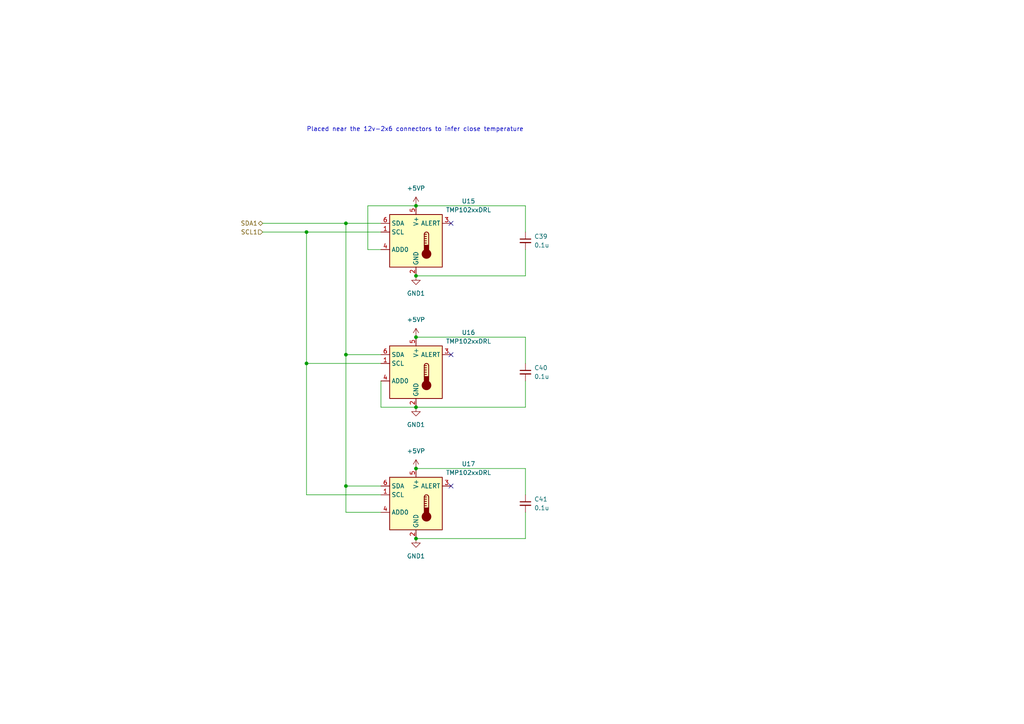
<source format=kicad_sch>
(kicad_sch
	(version 20250114)
	(generator "eeschema")
	(generator_version "9.0")
	(uuid "02ebeae7-41d9-4aff-899e-b8e01c1c74a2")
	(paper "A4")
	(title_block
		(title "12V-2x6 Current Monitor")
		(date "2025-08-12")
		(rev "1")
		(company "eggsampler")
	)
	(lib_symbols
		(symbol "Device:C_Small"
			(pin_numbers
				(hide yes)
			)
			(pin_names
				(offset 0.254)
				(hide yes)
			)
			(exclude_from_sim no)
			(in_bom yes)
			(on_board yes)
			(property "Reference" "C"
				(at 0.254 1.778 0)
				(effects
					(font
						(size 1.27 1.27)
					)
					(justify left)
				)
			)
			(property "Value" "C_Small"
				(at 0.254 -2.032 0)
				(effects
					(font
						(size 1.27 1.27)
					)
					(justify left)
				)
			)
			(property "Footprint" ""
				(at 0 0 0)
				(effects
					(font
						(size 1.27 1.27)
					)
					(hide yes)
				)
			)
			(property "Datasheet" "~"
				(at 0 0 0)
				(effects
					(font
						(size 1.27 1.27)
					)
					(hide yes)
				)
			)
			(property "Description" "Unpolarized capacitor, small symbol"
				(at 0 0 0)
				(effects
					(font
						(size 1.27 1.27)
					)
					(hide yes)
				)
			)
			(property "ki_keywords" "capacitor cap"
				(at 0 0 0)
				(effects
					(font
						(size 1.27 1.27)
					)
					(hide yes)
				)
			)
			(property "ki_fp_filters" "C_*"
				(at 0 0 0)
				(effects
					(font
						(size 1.27 1.27)
					)
					(hide yes)
				)
			)
			(symbol "C_Small_0_1"
				(polyline
					(pts
						(xy -1.524 0.508) (xy 1.524 0.508)
					)
					(stroke
						(width 0.3048)
						(type default)
					)
					(fill
						(type none)
					)
				)
				(polyline
					(pts
						(xy -1.524 -0.508) (xy 1.524 -0.508)
					)
					(stroke
						(width 0.3302)
						(type default)
					)
					(fill
						(type none)
					)
				)
			)
			(symbol "C_Small_1_1"
				(pin passive line
					(at 0 2.54 270)
					(length 2.032)
					(name "~"
						(effects
							(font
								(size 1.27 1.27)
							)
						)
					)
					(number "1"
						(effects
							(font
								(size 1.27 1.27)
							)
						)
					)
				)
				(pin passive line
					(at 0 -2.54 90)
					(length 2.032)
					(name "~"
						(effects
							(font
								(size 1.27 1.27)
							)
						)
					)
					(number "2"
						(effects
							(font
								(size 1.27 1.27)
							)
						)
					)
				)
			)
			(embedded_fonts no)
		)
		(symbol "Sensor_Temperature:TMP102xxDRL"
			(exclude_from_sim no)
			(in_bom yes)
			(on_board yes)
			(property "Reference" "U"
				(at -2.54 10.795 0)
				(effects
					(font
						(size 1.27 1.27)
					)
					(justify right)
				)
			)
			(property "Value" "TMP102xxDRL"
				(at -2.54 8.89 0)
				(effects
					(font
						(size 1.27 1.27)
					)
					(justify right)
				)
			)
			(property "Footprint" "Package_TO_SOT_SMD:SOT-563"
				(at 1.27 -8.89 0)
				(effects
					(font
						(size 1.27 1.27)
					)
					(justify left)
					(hide yes)
				)
			)
			(property "Datasheet" "https://www.ti.com/lit/ds/symlink/tmp102.pdf"
				(at 1.27 -11.43 0)
				(effects
					(font
						(size 1.27 1.27)
					)
					(justify left)
					(hide yes)
				)
			)
			(property "Description" "Digital Temperature Sensor, ±3°C, low-Power, SMBus, 12 bit, Two-Wire Serial Interface, SOT-563"
				(at 0 0 0)
				(effects
					(font
						(size 1.27 1.27)
					)
					(hide yes)
				)
			)
			(property "ki_keywords" "digital temperature sensor i2c smbus"
				(at 0 0 0)
				(effects
					(font
						(size 1.27 1.27)
					)
					(hide yes)
				)
			)
			(property "ki_fp_filters" "SOT?563*"
				(at 0 0 0)
				(effects
					(font
						(size 1.27 1.27)
					)
					(hide yes)
				)
			)
			(symbol "TMP102xxDRL_0_1"
				(rectangle
					(start -7.62 7.62)
					(end 7.62 -7.62)
					(stroke
						(width 0.254)
						(type default)
					)
					(fill
						(type background)
					)
				)
			)
			(symbol "TMP102xxDRL_1_1"
				(polyline
					(pts
						(xy 2.413 1.905) (xy 2.413 -1.27)
					)
					(stroke
						(width 0.254)
						(type default)
					)
					(fill
						(type none)
					)
				)
				(polyline
					(pts
						(xy 2.413 1.905) (xy 3.048 1.905)
					)
					(stroke
						(width 0.254)
						(type default)
					)
					(fill
						(type none)
					)
				)
				(polyline
					(pts
						(xy 2.413 1.27) (xy 3.048 1.27)
					)
					(stroke
						(width 0.254)
						(type default)
					)
					(fill
						(type none)
					)
				)
				(polyline
					(pts
						(xy 2.413 0.635) (xy 3.048 0.635)
					)
					(stroke
						(width 0.254)
						(type default)
					)
					(fill
						(type none)
					)
				)
				(polyline
					(pts
						(xy 2.413 0) (xy 3.048 0)
					)
					(stroke
						(width 0.254)
						(type default)
					)
					(fill
						(type none)
					)
				)
				(polyline
					(pts
						(xy 2.413 -0.635) (xy 3.048 -0.635)
					)
					(stroke
						(width 0.254)
						(type default)
					)
					(fill
						(type none)
					)
				)
				(arc
					(start 2.413 1.905)
					(mid 3.048 2.5373)
					(end 3.683 1.905)
					(stroke
						(width 0.254)
						(type default)
					)
					(fill
						(type none)
					)
				)
				(circle
					(center 3.048 -3.81)
					(radius 1.27)
					(stroke
						(width 0.254)
						(type default)
					)
					(fill
						(type outline)
					)
				)
				(polyline
					(pts
						(xy 3.683 1.905) (xy 3.683 -1.27)
					)
					(stroke
						(width 0.254)
						(type default)
					)
					(fill
						(type none)
					)
				)
				(rectangle
					(start 3.683 -3.175)
					(end 2.413 -1.27)
					(stroke
						(width 0.254)
						(type default)
					)
					(fill
						(type outline)
					)
				)
				(pin bidirectional line
					(at -10.16 5.08 0)
					(length 2.54)
					(name "SDA"
						(effects
							(font
								(size 1.27 1.27)
							)
						)
					)
					(number "6"
						(effects
							(font
								(size 1.27 1.27)
							)
						)
					)
				)
				(pin input line
					(at -10.16 2.54 0)
					(length 2.54)
					(name "SCL"
						(effects
							(font
								(size 1.27 1.27)
							)
						)
					)
					(number "1"
						(effects
							(font
								(size 1.27 1.27)
							)
						)
					)
				)
				(pin input line
					(at -10.16 -2.54 0)
					(length 2.54)
					(name "ADD0"
						(effects
							(font
								(size 1.27 1.27)
							)
						)
					)
					(number "4"
						(effects
							(font
								(size 1.27 1.27)
							)
						)
					)
				)
				(pin power_in line
					(at 0 10.16 270)
					(length 2.54)
					(name "V+"
						(effects
							(font
								(size 1.27 1.27)
							)
						)
					)
					(number "5"
						(effects
							(font
								(size 1.27 1.27)
							)
						)
					)
				)
				(pin power_in line
					(at 0 -10.16 90)
					(length 2.54)
					(name "GND"
						(effects
							(font
								(size 1.27 1.27)
							)
						)
					)
					(number "2"
						(effects
							(font
								(size 1.27 1.27)
							)
						)
					)
				)
				(pin open_collector line
					(at 10.16 5.08 180)
					(length 2.54)
					(name "ALERT"
						(effects
							(font
								(size 1.27 1.27)
							)
						)
					)
					(number "3"
						(effects
							(font
								(size 1.27 1.27)
							)
						)
					)
				)
			)
			(embedded_fonts no)
		)
		(symbol "power:+5VP"
			(power)
			(pin_numbers
				(hide yes)
			)
			(pin_names
				(offset 0)
				(hide yes)
			)
			(exclude_from_sim no)
			(in_bom yes)
			(on_board yes)
			(property "Reference" "#PWR"
				(at 0 -3.81 0)
				(effects
					(font
						(size 1.27 1.27)
					)
					(hide yes)
				)
			)
			(property "Value" "+5VP"
				(at 0 3.556 0)
				(effects
					(font
						(size 1.27 1.27)
					)
				)
			)
			(property "Footprint" ""
				(at 0 0 0)
				(effects
					(font
						(size 1.27 1.27)
					)
					(hide yes)
				)
			)
			(property "Datasheet" ""
				(at 0 0 0)
				(effects
					(font
						(size 1.27 1.27)
					)
					(hide yes)
				)
			)
			(property "Description" "Power symbol creates a global label with name \"+5VP\""
				(at 0 0 0)
				(effects
					(font
						(size 1.27 1.27)
					)
					(hide yes)
				)
			)
			(property "ki_keywords" "global power"
				(at 0 0 0)
				(effects
					(font
						(size 1.27 1.27)
					)
					(hide yes)
				)
			)
			(symbol "+5VP_0_1"
				(polyline
					(pts
						(xy -0.762 1.27) (xy 0 2.54)
					)
					(stroke
						(width 0)
						(type default)
					)
					(fill
						(type none)
					)
				)
				(polyline
					(pts
						(xy 0 2.54) (xy 0.762 1.27)
					)
					(stroke
						(width 0)
						(type default)
					)
					(fill
						(type none)
					)
				)
				(polyline
					(pts
						(xy 0 0) (xy 0 2.54)
					)
					(stroke
						(width 0)
						(type default)
					)
					(fill
						(type none)
					)
				)
			)
			(symbol "+5VP_1_1"
				(pin power_in line
					(at 0 0 90)
					(length 0)
					(name "~"
						(effects
							(font
								(size 1.27 1.27)
							)
						)
					)
					(number "1"
						(effects
							(font
								(size 1.27 1.27)
							)
						)
					)
				)
			)
			(embedded_fonts no)
		)
		(symbol "power:GND1"
			(power)
			(pin_numbers
				(hide yes)
			)
			(pin_names
				(offset 0)
				(hide yes)
			)
			(exclude_from_sim no)
			(in_bom yes)
			(on_board yes)
			(property "Reference" "#PWR"
				(at 0 -6.35 0)
				(effects
					(font
						(size 1.27 1.27)
					)
					(hide yes)
				)
			)
			(property "Value" "GND1"
				(at 0 -3.81 0)
				(effects
					(font
						(size 1.27 1.27)
					)
				)
			)
			(property "Footprint" ""
				(at 0 0 0)
				(effects
					(font
						(size 1.27 1.27)
					)
					(hide yes)
				)
			)
			(property "Datasheet" ""
				(at 0 0 0)
				(effects
					(font
						(size 1.27 1.27)
					)
					(hide yes)
				)
			)
			(property "Description" "Power symbol creates a global label with name \"GND1\" , ground"
				(at 0 0 0)
				(effects
					(font
						(size 1.27 1.27)
					)
					(hide yes)
				)
			)
			(property "ki_keywords" "global power"
				(at 0 0 0)
				(effects
					(font
						(size 1.27 1.27)
					)
					(hide yes)
				)
			)
			(symbol "GND1_0_1"
				(polyline
					(pts
						(xy 0 0) (xy 0 -1.27) (xy 1.27 -1.27) (xy 0 -2.54) (xy -1.27 -1.27) (xy 0 -1.27)
					)
					(stroke
						(width 0)
						(type default)
					)
					(fill
						(type none)
					)
				)
			)
			(symbol "GND1_1_1"
				(pin power_in line
					(at 0 0 270)
					(length 0)
					(name "~"
						(effects
							(font
								(size 1.27 1.27)
							)
						)
					)
					(number "1"
						(effects
							(font
								(size 1.27 1.27)
							)
						)
					)
				)
			)
			(embedded_fonts no)
		)
	)
	(text "Placed near the 12v-2x6 connectors to infer close temperature"
		(exclude_from_sim no)
		(at 120.396 37.592 0)
		(effects
			(font
				(size 1.27 1.27)
			)
		)
		(uuid "ecf999bf-3009-460f-bf47-7edab002740c")
	)
	(junction
		(at 88.9 67.31)
		(diameter 0)
		(color 0 0 0 0)
		(uuid "391a8d3e-b60e-4833-aa54-ea76b53cebda")
	)
	(junction
		(at 100.33 102.87)
		(diameter 0)
		(color 0 0 0 0)
		(uuid "3c070022-4368-4b8e-88cb-28892c87b9ed")
	)
	(junction
		(at 120.65 80.01)
		(diameter 0)
		(color 0 0 0 0)
		(uuid "5a22aac2-cff8-4080-bc38-e6942678d156")
	)
	(junction
		(at 120.65 97.79)
		(diameter 0)
		(color 0 0 0 0)
		(uuid "6b50ca74-4fb6-4726-afcf-7f00b71cab5a")
	)
	(junction
		(at 120.65 59.69)
		(diameter 0)
		(color 0 0 0 0)
		(uuid "98782769-a174-41ab-b77f-d681f8d2b1b7")
	)
	(junction
		(at 120.65 156.21)
		(diameter 0)
		(color 0 0 0 0)
		(uuid "9d4617e9-d6c1-46b9-b73f-07c2845c6638")
	)
	(junction
		(at 100.33 140.97)
		(diameter 0)
		(color 0 0 0 0)
		(uuid "9edf194b-0f70-434e-b988-b3a12248d50a")
	)
	(junction
		(at 120.65 135.89)
		(diameter 0)
		(color 0 0 0 0)
		(uuid "ad953739-80e4-444a-a223-b1f3c56e6ebb")
	)
	(junction
		(at 100.33 64.77)
		(diameter 0)
		(color 0 0 0 0)
		(uuid "c9d4dc49-623e-4b94-8d99-5007fe3b5ada")
	)
	(junction
		(at 88.9 105.41)
		(diameter 0)
		(color 0 0 0 0)
		(uuid "d229052a-21c6-465d-bbc8-645a9fd17562")
	)
	(junction
		(at 120.65 118.11)
		(diameter 0)
		(color 0 0 0 0)
		(uuid "f6044441-af46-4405-86d0-c9559fb8d7c1")
	)
	(no_connect
		(at 130.81 140.97)
		(uuid "ab748403-e40b-44ea-8b68-3c991f9d90f7")
	)
	(no_connect
		(at 130.81 102.87)
		(uuid "b542ab1d-8e34-4f00-b064-4c77071c0594")
	)
	(no_connect
		(at 130.81 64.77)
		(uuid "cad9eace-f0c9-4adc-abab-d2f923055bdd")
	)
	(wire
		(pts
			(xy 76.2 67.31) (xy 88.9 67.31)
		)
		(stroke
			(width 0)
			(type default)
		)
		(uuid "0749cee8-8b2e-4cad-923b-848fc5048763")
	)
	(wire
		(pts
			(xy 100.33 64.77) (xy 110.49 64.77)
		)
		(stroke
			(width 0)
			(type default)
		)
		(uuid "0deeb46a-0678-431e-a04b-90115d3c18fd")
	)
	(wire
		(pts
			(xy 88.9 67.31) (xy 88.9 105.41)
		)
		(stroke
			(width 0)
			(type default)
		)
		(uuid "2680752c-1947-4cc9-b09d-df620bbef563")
	)
	(wire
		(pts
			(xy 100.33 64.77) (xy 100.33 102.87)
		)
		(stroke
			(width 0)
			(type default)
		)
		(uuid "41d4b0b5-6416-4296-9b72-31b2b602ae86")
	)
	(wire
		(pts
			(xy 110.49 118.11) (xy 120.65 118.11)
		)
		(stroke
			(width 0)
			(type default)
		)
		(uuid "4b3f531d-af81-4e20-b680-654dd60e6fe2")
	)
	(wire
		(pts
			(xy 152.4 118.11) (xy 120.65 118.11)
		)
		(stroke
			(width 0)
			(type default)
		)
		(uuid "4c013b20-6989-4b56-94c3-1358dda255c1")
	)
	(wire
		(pts
			(xy 88.9 143.51) (xy 110.49 143.51)
		)
		(stroke
			(width 0)
			(type default)
		)
		(uuid "4fcb6d1f-f1da-41fb-9d6f-b5eff06ccc53")
	)
	(wire
		(pts
			(xy 152.4 135.89) (xy 152.4 143.51)
		)
		(stroke
			(width 0)
			(type default)
		)
		(uuid "5f31613a-8238-4a66-a445-b84c52117806")
	)
	(wire
		(pts
			(xy 88.9 67.31) (xy 110.49 67.31)
		)
		(stroke
			(width 0)
			(type default)
		)
		(uuid "64dccf41-5ba2-4f7b-99c2-a64378796475")
	)
	(wire
		(pts
			(xy 120.65 97.79) (xy 152.4 97.79)
		)
		(stroke
			(width 0)
			(type default)
		)
		(uuid "6a8c3862-4d3b-4504-b938-4700d962fd5d")
	)
	(wire
		(pts
			(xy 110.49 110.49) (xy 110.49 118.11)
		)
		(stroke
			(width 0)
			(type default)
		)
		(uuid "74782674-ba3d-4a74-aef4-e8f27ab33466")
	)
	(wire
		(pts
			(xy 152.4 59.69) (xy 152.4 67.31)
		)
		(stroke
			(width 0)
			(type default)
		)
		(uuid "7ccf3afe-d613-4e57-8092-e795b285a6ea")
	)
	(wire
		(pts
			(xy 88.9 105.41) (xy 88.9 143.51)
		)
		(stroke
			(width 0)
			(type default)
		)
		(uuid "855490a5-3567-4385-babe-aaddee224ebd")
	)
	(wire
		(pts
			(xy 120.65 59.69) (xy 152.4 59.69)
		)
		(stroke
			(width 0)
			(type default)
		)
		(uuid "894591d9-a210-4af7-bb61-06b7c326c9e2")
	)
	(wire
		(pts
			(xy 88.9 105.41) (xy 110.49 105.41)
		)
		(stroke
			(width 0)
			(type default)
		)
		(uuid "94437f4f-e1b2-4c7d-9fb0-822f88c0470a")
	)
	(wire
		(pts
			(xy 152.4 80.01) (xy 120.65 80.01)
		)
		(stroke
			(width 0)
			(type default)
		)
		(uuid "95f7520a-00cb-4ac0-a8ca-200e9ae7bdcf")
	)
	(wire
		(pts
			(xy 100.33 102.87) (xy 110.49 102.87)
		)
		(stroke
			(width 0)
			(type default)
		)
		(uuid "96f7cee0-0898-47cd-86d0-abdef3994454")
	)
	(wire
		(pts
			(xy 152.4 72.39) (xy 152.4 80.01)
		)
		(stroke
			(width 0)
			(type default)
		)
		(uuid "9a34a7dc-7d2c-4479-8e43-c0c223e675ac")
	)
	(wire
		(pts
			(xy 152.4 156.21) (xy 120.65 156.21)
		)
		(stroke
			(width 0)
			(type default)
		)
		(uuid "9cee77a6-d6fb-4118-a553-1024cc3fdcb5")
	)
	(wire
		(pts
			(xy 100.33 140.97) (xy 100.33 148.59)
		)
		(stroke
			(width 0)
			(type default)
		)
		(uuid "a2e4674a-9847-4792-ac70-20c82223f840")
	)
	(wire
		(pts
			(xy 120.65 135.89) (xy 152.4 135.89)
		)
		(stroke
			(width 0)
			(type default)
		)
		(uuid "b098a3f6-9408-4909-8ad5-8f1c6d2c8001")
	)
	(wire
		(pts
			(xy 110.49 72.39) (xy 106.68 72.39)
		)
		(stroke
			(width 0)
			(type default)
		)
		(uuid "c0d77a77-7643-46cb-ac4e-a3c89e6d225d")
	)
	(wire
		(pts
			(xy 110.49 148.59) (xy 100.33 148.59)
		)
		(stroke
			(width 0)
			(type default)
		)
		(uuid "c428b399-ea4f-479d-9dde-c38616397dd5")
	)
	(wire
		(pts
			(xy 106.68 59.69) (xy 120.65 59.69)
		)
		(stroke
			(width 0)
			(type default)
		)
		(uuid "d964ad1b-a60e-463c-a6d1-a4d7d5f09e57")
	)
	(wire
		(pts
			(xy 100.33 140.97) (xy 110.49 140.97)
		)
		(stroke
			(width 0)
			(type default)
		)
		(uuid "e5acd28b-af85-4a02-bc08-8e649032f3b0")
	)
	(wire
		(pts
			(xy 76.2 64.77) (xy 100.33 64.77)
		)
		(stroke
			(width 0)
			(type default)
		)
		(uuid "e79a3514-75bf-48fd-8f0a-08ee9af287ee")
	)
	(wire
		(pts
			(xy 152.4 148.59) (xy 152.4 156.21)
		)
		(stroke
			(width 0)
			(type default)
		)
		(uuid "eaff14ac-9b92-4ec7-8476-8fe8f6a98f71")
	)
	(wire
		(pts
			(xy 152.4 110.49) (xy 152.4 118.11)
		)
		(stroke
			(width 0)
			(type default)
		)
		(uuid "f305ae05-e143-438b-944c-eba2406b9de6")
	)
	(wire
		(pts
			(xy 152.4 97.79) (xy 152.4 105.41)
		)
		(stroke
			(width 0)
			(type default)
		)
		(uuid "f63f21a0-0a14-4961-aea6-b41c65ca7a96")
	)
	(wire
		(pts
			(xy 100.33 102.87) (xy 100.33 140.97)
		)
		(stroke
			(width 0)
			(type default)
		)
		(uuid "fd084cc0-504b-4ca4-928f-b613f01812ca")
	)
	(wire
		(pts
			(xy 106.68 72.39) (xy 106.68 59.69)
		)
		(stroke
			(width 0)
			(type default)
		)
		(uuid "feb8f94d-9a96-4e82-b31c-d21dbe76618b")
	)
	(hierarchical_label "SDA1"
		(shape bidirectional)
		(at 76.2 64.77 180)
		(effects
			(font
				(size 1.27 1.27)
			)
			(justify right)
		)
		(uuid "44abceff-4664-4043-880c-f96df213e648")
	)
	(hierarchical_label "SCL1"
		(shape input)
		(at 76.2 67.31 180)
		(effects
			(font
				(size 1.27 1.27)
			)
			(justify right)
		)
		(uuid "eabe5505-5cc4-4953-b4c7-05f21e3f8a77")
	)
	(symbol
		(lib_id "power:+5VP")
		(at 120.65 59.69 0)
		(unit 1)
		(exclude_from_sim no)
		(in_bom yes)
		(on_board yes)
		(dnp no)
		(fields_autoplaced yes)
		(uuid "053225f1-ba2b-400e-a8f5-8cebd312acab")
		(property "Reference" "#PWR084"
			(at 120.65 63.5 0)
			(effects
				(font
					(size 1.27 1.27)
				)
				(hide yes)
			)
		)
		(property "Value" "+5VP"
			(at 120.65 54.61 0)
			(effects
				(font
					(size 1.27 1.27)
				)
			)
		)
		(property "Footprint" ""
			(at 120.65 59.69 0)
			(effects
				(font
					(size 1.27 1.27)
				)
				(hide yes)
			)
		)
		(property "Datasheet" ""
			(at 120.65 59.69 0)
			(effects
				(font
					(size 1.27 1.27)
				)
				(hide yes)
			)
		)
		(property "Description" "Power symbol creates a global label with name \"+5VP\""
			(at 120.65 59.69 0)
			(effects
				(font
					(size 1.27 1.27)
				)
				(hide yes)
			)
		)
		(pin "1"
			(uuid "37d8210f-7331-4f35-b5a2-e31351ad476e")
		)
		(instances
			(project "12v-2x6"
				(path "/8b0d253f-310b-49c8-a50d-a58538d7eb55/8e1e5bb7-9258-42d2-af40-59ef8da6f591"
					(reference "#PWR084")
					(unit 1)
				)
			)
		)
	)
	(symbol
		(lib_id "Device:C_Small")
		(at 152.4 69.85 0)
		(unit 1)
		(exclude_from_sim no)
		(in_bom yes)
		(on_board yes)
		(dnp no)
		(uuid "2f206315-344a-484c-a3db-7fda1cd8a442")
		(property "Reference" "C39"
			(at 154.94 68.5862 0)
			(effects
				(font
					(size 1.27 1.27)
				)
				(justify left)
			)
		)
		(property "Value" "0.1u"
			(at 154.94 71.1262 0)
			(effects
				(font
					(size 1.27 1.27)
				)
				(justify left)
			)
		)
		(property "Footprint" "Capacitor_SMD:C_0402_1005Metric"
			(at 152.4 69.85 0)
			(effects
				(font
					(size 1.27 1.27)
				)
				(hide yes)
			)
		)
		(property "Datasheet" "~"
			(at 152.4 69.85 0)
			(effects
				(font
					(size 1.27 1.27)
				)
				(hide yes)
			)
		)
		(property "Description" "Unpolarized capacitor, small symbol"
			(at 152.4 69.85 0)
			(effects
				(font
					(size 1.27 1.27)
				)
				(hide yes)
			)
		)
		(pin "2"
			(uuid "55a34b4c-c574-4618-aea6-00691a7a3567")
		)
		(pin "1"
			(uuid "a46da3d2-69fe-4d8c-a31a-96fe013c0e3b")
		)
		(instances
			(project "12v-2x6"
				(path "/8b0d253f-310b-49c8-a50d-a58538d7eb55/8e1e5bb7-9258-42d2-af40-59ef8da6f591"
					(reference "C39")
					(unit 1)
				)
			)
		)
	)
	(symbol
		(lib_id "power:GND1")
		(at 120.65 156.21 0)
		(unit 1)
		(exclude_from_sim no)
		(in_bom yes)
		(on_board yes)
		(dnp no)
		(fields_autoplaced yes)
		(uuid "551eb8be-e75a-47ef-be4e-70f5fe126937")
		(property "Reference" "#PWR089"
			(at 120.65 162.56 0)
			(effects
				(font
					(size 1.27 1.27)
				)
				(hide yes)
			)
		)
		(property "Value" "GND1"
			(at 120.65 161.29 0)
			(effects
				(font
					(size 1.27 1.27)
				)
			)
		)
		(property "Footprint" ""
			(at 120.65 156.21 0)
			(effects
				(font
					(size 1.27 1.27)
				)
				(hide yes)
			)
		)
		(property "Datasheet" ""
			(at 120.65 156.21 0)
			(effects
				(font
					(size 1.27 1.27)
				)
				(hide yes)
			)
		)
		(property "Description" "Power symbol creates a global label with name \"GND1\" , ground"
			(at 120.65 156.21 0)
			(effects
				(font
					(size 1.27 1.27)
				)
				(hide yes)
			)
		)
		(pin "1"
			(uuid "47d95519-f2c6-4d39-94d3-b920194327f3")
		)
		(instances
			(project "12v-2x6"
				(path "/8b0d253f-310b-49c8-a50d-a58538d7eb55/8e1e5bb7-9258-42d2-af40-59ef8da6f591"
					(reference "#PWR089")
					(unit 1)
				)
			)
		)
	)
	(symbol
		(lib_id "power:+5VP")
		(at 120.65 135.89 0)
		(unit 1)
		(exclude_from_sim no)
		(in_bom yes)
		(on_board yes)
		(dnp no)
		(fields_autoplaced yes)
		(uuid "5a416e88-2cf9-410f-a9aa-230218607c2c")
		(property "Reference" "#PWR088"
			(at 120.65 139.7 0)
			(effects
				(font
					(size 1.27 1.27)
				)
				(hide yes)
			)
		)
		(property "Value" "+5VP"
			(at 120.65 130.81 0)
			(effects
				(font
					(size 1.27 1.27)
				)
			)
		)
		(property "Footprint" ""
			(at 120.65 135.89 0)
			(effects
				(font
					(size 1.27 1.27)
				)
				(hide yes)
			)
		)
		(property "Datasheet" ""
			(at 120.65 135.89 0)
			(effects
				(font
					(size 1.27 1.27)
				)
				(hide yes)
			)
		)
		(property "Description" "Power symbol creates a global label with name \"+5VP\""
			(at 120.65 135.89 0)
			(effects
				(font
					(size 1.27 1.27)
				)
				(hide yes)
			)
		)
		(pin "1"
			(uuid "a99268a5-256a-4bfd-9175-b1c16629178b")
		)
		(instances
			(project "12v-2x6"
				(path "/8b0d253f-310b-49c8-a50d-a58538d7eb55/8e1e5bb7-9258-42d2-af40-59ef8da6f591"
					(reference "#PWR088")
					(unit 1)
				)
			)
		)
	)
	(symbol
		(lib_id "Sensor_Temperature:TMP102xxDRL")
		(at 120.65 146.05 0)
		(unit 1)
		(exclude_from_sim no)
		(in_bom yes)
		(on_board yes)
		(dnp no)
		(fields_autoplaced yes)
		(uuid "70962bdb-dfc5-4f39-bd13-f793ba61c800")
		(property "Reference" "U17"
			(at 135.89 134.5498 0)
			(effects
				(font
					(size 1.27 1.27)
				)
			)
		)
		(property "Value" "TMP102xxDRL"
			(at 135.89 137.0898 0)
			(effects
				(font
					(size 1.27 1.27)
				)
			)
		)
		(property "Footprint" "Package_TO_SOT_SMD:SOT-563"
			(at 121.92 154.94 0)
			(effects
				(font
					(size 1.27 1.27)
				)
				(justify left)
				(hide yes)
			)
		)
		(property "Datasheet" "https://www.ti.com/lit/ds/symlink/tmp102.pdf"
			(at 121.92 157.48 0)
			(effects
				(font
					(size 1.27 1.27)
				)
				(justify left)
				(hide yes)
			)
		)
		(property "Description" "Digital Temperature Sensor, ±3°C, low-Power, SMBus, 12 bit, Two-Wire Serial Interface, SOT-563"
			(at 120.65 146.05 0)
			(effects
				(font
					(size 1.27 1.27)
				)
				(hide yes)
			)
		)
		(pin "1"
			(uuid "7bbd69c7-f24a-4f0a-b218-d48ec258aace")
		)
		(pin "5"
			(uuid "db7eb30a-7ad7-4722-a218-26790c6affd7")
		)
		(pin "6"
			(uuid "7177e088-1867-4dd1-b225-72b8f56e7ff2")
		)
		(pin "4"
			(uuid "868c2ea0-8399-4ba3-b436-3ec79eec203d")
		)
		(pin "2"
			(uuid "3183ed80-8fba-450a-a70f-8200f8601b2d")
		)
		(pin "3"
			(uuid "9e692b32-ca54-425f-a3b8-8e0c6b299d34")
		)
		(instances
			(project "12v-2x6"
				(path "/8b0d253f-310b-49c8-a50d-a58538d7eb55/8e1e5bb7-9258-42d2-af40-59ef8da6f591"
					(reference "U17")
					(unit 1)
				)
			)
		)
	)
	(symbol
		(lib_id "power:GND1")
		(at 120.65 80.01 0)
		(unit 1)
		(exclude_from_sim no)
		(in_bom yes)
		(on_board yes)
		(dnp no)
		(fields_autoplaced yes)
		(uuid "8053acfd-1594-45ed-b64a-9592400aea79")
		(property "Reference" "#PWR085"
			(at 120.65 86.36 0)
			(effects
				(font
					(size 1.27 1.27)
				)
				(hide yes)
			)
		)
		(property "Value" "GND1"
			(at 120.65 85.09 0)
			(effects
				(font
					(size 1.27 1.27)
				)
			)
		)
		(property "Footprint" ""
			(at 120.65 80.01 0)
			(effects
				(font
					(size 1.27 1.27)
				)
				(hide yes)
			)
		)
		(property "Datasheet" ""
			(at 120.65 80.01 0)
			(effects
				(font
					(size 1.27 1.27)
				)
				(hide yes)
			)
		)
		(property "Description" "Power symbol creates a global label with name \"GND1\" , ground"
			(at 120.65 80.01 0)
			(effects
				(font
					(size 1.27 1.27)
				)
				(hide yes)
			)
		)
		(pin "1"
			(uuid "c40a4539-3cad-4c00-b354-1d94b79a1bff")
		)
		(instances
			(project "12v-2x6"
				(path "/8b0d253f-310b-49c8-a50d-a58538d7eb55/8e1e5bb7-9258-42d2-af40-59ef8da6f591"
					(reference "#PWR085")
					(unit 1)
				)
			)
		)
	)
	(symbol
		(lib_id "power:+5VP")
		(at 120.65 97.79 0)
		(unit 1)
		(exclude_from_sim no)
		(in_bom yes)
		(on_board yes)
		(dnp no)
		(fields_autoplaced yes)
		(uuid "ab7d3f77-5283-453b-893f-d1f30b372911")
		(property "Reference" "#PWR086"
			(at 120.65 101.6 0)
			(effects
				(font
					(size 1.27 1.27)
				)
				(hide yes)
			)
		)
		(property "Value" "+5VP"
			(at 120.65 92.71 0)
			(effects
				(font
					(size 1.27 1.27)
				)
			)
		)
		(property "Footprint" ""
			(at 120.65 97.79 0)
			(effects
				(font
					(size 1.27 1.27)
				)
				(hide yes)
			)
		)
		(property "Datasheet" ""
			(at 120.65 97.79 0)
			(effects
				(font
					(size 1.27 1.27)
				)
				(hide yes)
			)
		)
		(property "Description" "Power symbol creates a global label with name \"+5VP\""
			(at 120.65 97.79 0)
			(effects
				(font
					(size 1.27 1.27)
				)
				(hide yes)
			)
		)
		(pin "1"
			(uuid "2db273da-bed9-4290-9b80-fd81f2bc23e6")
		)
		(instances
			(project "12v-2x6"
				(path "/8b0d253f-310b-49c8-a50d-a58538d7eb55/8e1e5bb7-9258-42d2-af40-59ef8da6f591"
					(reference "#PWR086")
					(unit 1)
				)
			)
		)
	)
	(symbol
		(lib_id "Sensor_Temperature:TMP102xxDRL")
		(at 120.65 107.95 0)
		(unit 1)
		(exclude_from_sim no)
		(in_bom yes)
		(on_board yes)
		(dnp no)
		(fields_autoplaced yes)
		(uuid "ad88c554-d36f-485b-9eae-72ae75172e14")
		(property "Reference" "U16"
			(at 135.89 96.4498 0)
			(effects
				(font
					(size 1.27 1.27)
				)
			)
		)
		(property "Value" "TMP102xxDRL"
			(at 135.89 98.9898 0)
			(effects
				(font
					(size 1.27 1.27)
				)
			)
		)
		(property "Footprint" "Package_TO_SOT_SMD:SOT-563"
			(at 121.92 116.84 0)
			(effects
				(font
					(size 1.27 1.27)
				)
				(justify left)
				(hide yes)
			)
		)
		(property "Datasheet" "https://www.ti.com/lit/ds/symlink/tmp102.pdf"
			(at 121.92 119.38 0)
			(effects
				(font
					(size 1.27 1.27)
				)
				(justify left)
				(hide yes)
			)
		)
		(property "Description" "Digital Temperature Sensor, ±3°C, low-Power, SMBus, 12 bit, Two-Wire Serial Interface, SOT-563"
			(at 120.65 107.95 0)
			(effects
				(font
					(size 1.27 1.27)
				)
				(hide yes)
			)
		)
		(pin "1"
			(uuid "cc90e81a-aab0-43ce-b5c1-5d562c108e22")
		)
		(pin "5"
			(uuid "4db52f44-25c7-4e46-9d84-c9ecd7d6d245")
		)
		(pin "6"
			(uuid "0c95772d-af0a-4a9c-b9a0-11f7288ac678")
		)
		(pin "4"
			(uuid "47faa8e3-9aa9-47b7-a14e-bb2cb2f6e60b")
		)
		(pin "2"
			(uuid "bcef8956-7d37-453c-a6f7-faf79261c6b8")
		)
		(pin "3"
			(uuid "96d8d489-44fa-4e55-bbe1-1461312f9ea8")
		)
		(instances
			(project "12v-2x6"
				(path "/8b0d253f-310b-49c8-a50d-a58538d7eb55/8e1e5bb7-9258-42d2-af40-59ef8da6f591"
					(reference "U16")
					(unit 1)
				)
			)
		)
	)
	(symbol
		(lib_id "power:GND1")
		(at 120.65 118.11 0)
		(unit 1)
		(exclude_from_sim no)
		(in_bom yes)
		(on_board yes)
		(dnp no)
		(fields_autoplaced yes)
		(uuid "b370a73d-0c4b-4d6d-9a03-5815eaedaae5")
		(property "Reference" "#PWR087"
			(at 120.65 124.46 0)
			(effects
				(font
					(size 1.27 1.27)
				)
				(hide yes)
			)
		)
		(property "Value" "GND1"
			(at 120.65 123.19 0)
			(effects
				(font
					(size 1.27 1.27)
				)
			)
		)
		(property "Footprint" ""
			(at 120.65 118.11 0)
			(effects
				(font
					(size 1.27 1.27)
				)
				(hide yes)
			)
		)
		(property "Datasheet" ""
			(at 120.65 118.11 0)
			(effects
				(font
					(size 1.27 1.27)
				)
				(hide yes)
			)
		)
		(property "Description" "Power symbol creates a global label with name \"GND1\" , ground"
			(at 120.65 118.11 0)
			(effects
				(font
					(size 1.27 1.27)
				)
				(hide yes)
			)
		)
		(pin "1"
			(uuid "1020d6e7-4c7c-4af4-82d5-1f50ae28cade")
		)
		(instances
			(project "12v-2x6"
				(path "/8b0d253f-310b-49c8-a50d-a58538d7eb55/8e1e5bb7-9258-42d2-af40-59ef8da6f591"
					(reference "#PWR087")
					(unit 1)
				)
			)
		)
	)
	(symbol
		(lib_id "Device:C_Small")
		(at 152.4 146.05 0)
		(unit 1)
		(exclude_from_sim no)
		(in_bom yes)
		(on_board yes)
		(dnp no)
		(uuid "c360163d-f503-44e9-858d-318cb23d907a")
		(property "Reference" "C41"
			(at 154.94 144.7862 0)
			(effects
				(font
					(size 1.27 1.27)
				)
				(justify left)
			)
		)
		(property "Value" "0.1u"
			(at 154.94 147.3262 0)
			(effects
				(font
					(size 1.27 1.27)
				)
				(justify left)
			)
		)
		(property "Footprint" "Capacitor_SMD:C_0402_1005Metric"
			(at 152.4 146.05 0)
			(effects
				(font
					(size 1.27 1.27)
				)
				(hide yes)
			)
		)
		(property "Datasheet" "~"
			(at 152.4 146.05 0)
			(effects
				(font
					(size 1.27 1.27)
				)
				(hide yes)
			)
		)
		(property "Description" "Unpolarized capacitor, small symbol"
			(at 152.4 146.05 0)
			(effects
				(font
					(size 1.27 1.27)
				)
				(hide yes)
			)
		)
		(pin "2"
			(uuid "d948439c-301e-4a6b-9c87-a2d7de4e8a7a")
		)
		(pin "1"
			(uuid "da51506b-6dbd-4398-8b09-385a77087e5f")
		)
		(instances
			(project "12v-2x6"
				(path "/8b0d253f-310b-49c8-a50d-a58538d7eb55/8e1e5bb7-9258-42d2-af40-59ef8da6f591"
					(reference "C41")
					(unit 1)
				)
			)
		)
	)
	(symbol
		(lib_id "Sensor_Temperature:TMP102xxDRL")
		(at 120.65 69.85 0)
		(unit 1)
		(exclude_from_sim no)
		(in_bom yes)
		(on_board yes)
		(dnp no)
		(fields_autoplaced yes)
		(uuid "dc41b10a-3bb5-4e9d-8b1f-f26b1f34a9fe")
		(property "Reference" "U15"
			(at 135.89 58.3498 0)
			(effects
				(font
					(size 1.27 1.27)
				)
			)
		)
		(property "Value" "TMP102xxDRL"
			(at 135.89 60.8898 0)
			(effects
				(font
					(size 1.27 1.27)
				)
			)
		)
		(property "Footprint" "Package_TO_SOT_SMD:SOT-563"
			(at 121.92 78.74 0)
			(effects
				(font
					(size 1.27 1.27)
				)
				(justify left)
				(hide yes)
			)
		)
		(property "Datasheet" "https://www.ti.com/lit/ds/symlink/tmp102.pdf"
			(at 121.92 81.28 0)
			(effects
				(font
					(size 1.27 1.27)
				)
				(justify left)
				(hide yes)
			)
		)
		(property "Description" "Digital Temperature Sensor, ±3°C, low-Power, SMBus, 12 bit, Two-Wire Serial Interface, SOT-563"
			(at 120.65 69.85 0)
			(effects
				(font
					(size 1.27 1.27)
				)
				(hide yes)
			)
		)
		(pin "1"
			(uuid "cf202065-04aa-4ffb-a23a-e77272fbdfc7")
		)
		(pin "5"
			(uuid "24252921-0fb2-4d36-bc46-fd28c203776d")
		)
		(pin "6"
			(uuid "8a3cc8f8-4a33-4a0c-88a0-a4b40dba2a1e")
		)
		(pin "4"
			(uuid "4106d690-ea08-4c1e-afe3-373afbf1cc9e")
		)
		(pin "2"
			(uuid "eb0d69f3-1223-40b3-a53f-075276293796")
		)
		(pin "3"
			(uuid "491680f6-1817-4413-8fa4-ecae26a0abdd")
		)
		(instances
			(project ""
				(path "/8b0d253f-310b-49c8-a50d-a58538d7eb55/8e1e5bb7-9258-42d2-af40-59ef8da6f591"
					(reference "U15")
					(unit 1)
				)
			)
		)
	)
	(symbol
		(lib_id "Device:C_Small")
		(at 152.4 107.95 0)
		(unit 1)
		(exclude_from_sim no)
		(in_bom yes)
		(on_board yes)
		(dnp no)
		(uuid "f858e14f-59c7-4b7c-8259-350fc9b7ed8e")
		(property "Reference" "C40"
			(at 154.94 106.6862 0)
			(effects
				(font
					(size 1.27 1.27)
				)
				(justify left)
			)
		)
		(property "Value" "0.1u"
			(at 154.94 109.2262 0)
			(effects
				(font
					(size 1.27 1.27)
				)
				(justify left)
			)
		)
		(property "Footprint" "Capacitor_SMD:C_0402_1005Metric"
			(at 152.4 107.95 0)
			(effects
				(font
					(size 1.27 1.27)
				)
				(hide yes)
			)
		)
		(property "Datasheet" "~"
			(at 152.4 107.95 0)
			(effects
				(font
					(size 1.27 1.27)
				)
				(hide yes)
			)
		)
		(property "Description" "Unpolarized capacitor, small symbol"
			(at 152.4 107.95 0)
			(effects
				(font
					(size 1.27 1.27)
				)
				(hide yes)
			)
		)
		(pin "2"
			(uuid "a70732d6-12d3-4cc9-842e-57d3f5d697d8")
		)
		(pin "1"
			(uuid "22e325b0-87a2-43fe-8876-0f5a7a8a733b")
		)
		(instances
			(project "12v-2x6"
				(path "/8b0d253f-310b-49c8-a50d-a58538d7eb55/8e1e5bb7-9258-42d2-af40-59ef8da6f591"
					(reference "C40")
					(unit 1)
				)
			)
		)
	)
)

</source>
